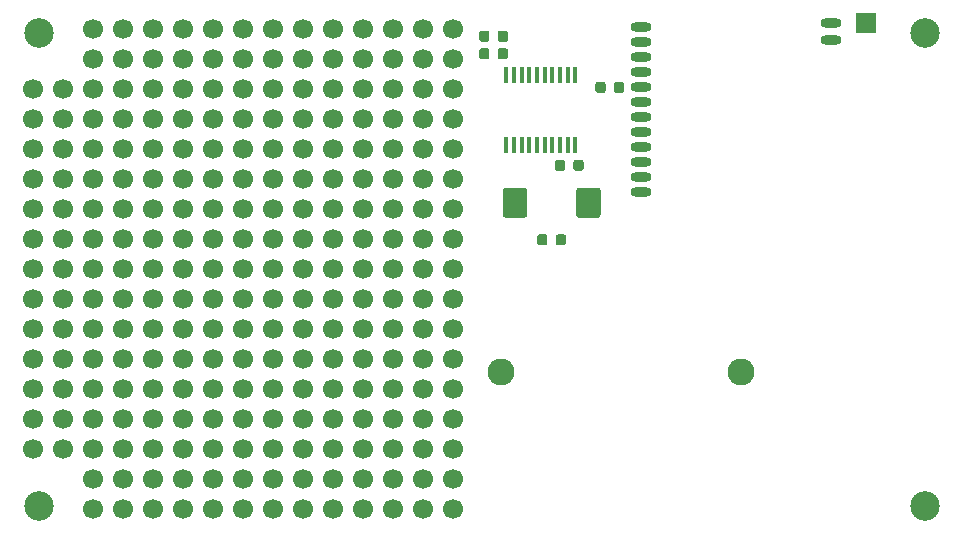
<source format=gbr>
G04 #@! TF.GenerationSoftware,KiCad,Pcbnew,5.1.8-db9833491~87~ubuntu20.04.1*
G04 #@! TF.CreationDate,2020-11-19T11:25:10+01:00*
G04 #@! TF.ProjectId,sally,73616c6c-792e-46b6-9963-61645f706362,v1.0*
G04 #@! TF.SameCoordinates,Original*
G04 #@! TF.FileFunction,Soldermask,Top*
G04 #@! TF.FilePolarity,Negative*
%FSLAX46Y46*%
G04 Gerber Fmt 4.6, Leading zero omitted, Abs format (unit mm)*
G04 Created by KiCad (PCBNEW 5.1.8-db9833491~87~ubuntu20.04.1) date 2020-11-19 11:25:10*
%MOMM*%
%LPD*%
G01*
G04 APERTURE LIST*
%ADD10R,0.450000X1.450000*%
%ADD11C,2.500000*%
%ADD12R,1.700000X1.700000*%
%ADD13C,2.286000*%
%ADD14O,1.800000X0.800000*%
%ADD15C,1.700000*%
G04 APERTURE END LIST*
D10*
X152575000Y-92450000D03*
X153225000Y-92450000D03*
X153875000Y-92450000D03*
X154525000Y-92450000D03*
X155175000Y-92450000D03*
X155825000Y-92450000D03*
X156475000Y-92450000D03*
X157125000Y-92450000D03*
X157775000Y-92450000D03*
X158425000Y-92450000D03*
X158425000Y-86550000D03*
X157775000Y-86550000D03*
X157125000Y-86550000D03*
X156475000Y-86550000D03*
X155825000Y-86550000D03*
X155175000Y-86550000D03*
X154525000Y-86550000D03*
X153875000Y-86550000D03*
X153225000Y-86550000D03*
X152575000Y-86550000D03*
G36*
G01*
X160570000Y-96345000D02*
X160570000Y-98395000D01*
G75*
G02*
X160320000Y-98645000I-250000J0D01*
G01*
X158745000Y-98645000D01*
G75*
G02*
X158495000Y-98395000I0J250000D01*
G01*
X158495000Y-96345000D01*
G75*
G02*
X158745000Y-96095000I250000J0D01*
G01*
X160320000Y-96095000D01*
G75*
G02*
X160570000Y-96345000I0J-250000D01*
G01*
G37*
G36*
G01*
X154345000Y-96345000D02*
X154345000Y-98395000D01*
G75*
G02*
X154095000Y-98645000I-250000J0D01*
G01*
X152520000Y-98645000D01*
G75*
G02*
X152270000Y-98395000I0J250000D01*
G01*
X152270000Y-96345000D01*
G75*
G02*
X152520000Y-96095000I250000J0D01*
G01*
X154095000Y-96095000D01*
G75*
G02*
X154345000Y-96345000I0J-250000D01*
G01*
G37*
G36*
G01*
X156685000Y-94456250D02*
X156685000Y-93943750D01*
G75*
G02*
X156903750Y-93725000I218750J0D01*
G01*
X157341250Y-93725000D01*
G75*
G02*
X157560000Y-93943750I0J-218750D01*
G01*
X157560000Y-94456250D01*
G75*
G02*
X157341250Y-94675000I-218750J0D01*
G01*
X156903750Y-94675000D01*
G75*
G02*
X156685000Y-94456250I0J218750D01*
G01*
G37*
G36*
G01*
X158260000Y-94456250D02*
X158260000Y-93943750D01*
G75*
G02*
X158478750Y-93725000I218750J0D01*
G01*
X158916250Y-93725000D01*
G75*
G02*
X159135000Y-93943750I0J-218750D01*
G01*
X159135000Y-94456250D01*
G75*
G02*
X158916250Y-94675000I-218750J0D01*
G01*
X158478750Y-94675000D01*
G75*
G02*
X158260000Y-94456250I0J218750D01*
G01*
G37*
G36*
G01*
X161000000Y-87343750D02*
X161000000Y-87856250D01*
G75*
G02*
X160781250Y-88075000I-218750J0D01*
G01*
X160343750Y-88075000D01*
G75*
G02*
X160125000Y-87856250I0J218750D01*
G01*
X160125000Y-87343750D01*
G75*
G02*
X160343750Y-87125000I218750J0D01*
G01*
X160781250Y-87125000D01*
G75*
G02*
X161000000Y-87343750I0J-218750D01*
G01*
G37*
G36*
G01*
X162575000Y-87343750D02*
X162575000Y-87856250D01*
G75*
G02*
X162356250Y-88075000I-218750J0D01*
G01*
X161918750Y-88075000D01*
G75*
G02*
X161700000Y-87856250I0J218750D01*
G01*
X161700000Y-87343750D01*
G75*
G02*
X161918750Y-87125000I218750J0D01*
G01*
X162356250Y-87125000D01*
G75*
G02*
X162575000Y-87343750I0J-218750D01*
G01*
G37*
G36*
G01*
X157635000Y-100243750D02*
X157635000Y-100756250D01*
G75*
G02*
X157416250Y-100975000I-218750J0D01*
G01*
X156978750Y-100975000D01*
G75*
G02*
X156760000Y-100756250I0J218750D01*
G01*
X156760000Y-100243750D01*
G75*
G02*
X156978750Y-100025000I218750J0D01*
G01*
X157416250Y-100025000D01*
G75*
G02*
X157635000Y-100243750I0J-218750D01*
G01*
G37*
G36*
G01*
X156060000Y-100243750D02*
X156060000Y-100756250D01*
G75*
G02*
X155841250Y-100975000I-218750J0D01*
G01*
X155403750Y-100975000D01*
G75*
G02*
X155185000Y-100756250I0J218750D01*
G01*
X155185000Y-100243750D01*
G75*
G02*
X155403750Y-100025000I218750J0D01*
G01*
X155841250Y-100025000D01*
G75*
G02*
X156060000Y-100243750I0J-218750D01*
G01*
G37*
D11*
X113000000Y-83000000D03*
X113000000Y-123000000D03*
X188000000Y-123000000D03*
X188000000Y-83000000D03*
D12*
X183000000Y-82110000D03*
G36*
G01*
X150275000Y-85006250D02*
X150275000Y-84493750D01*
G75*
G02*
X150493750Y-84275000I218750J0D01*
G01*
X150931250Y-84275000D01*
G75*
G02*
X151150000Y-84493750I0J-218750D01*
G01*
X151150000Y-85006250D01*
G75*
G02*
X150931250Y-85225000I-218750J0D01*
G01*
X150493750Y-85225000D01*
G75*
G02*
X150275000Y-85006250I0J218750D01*
G01*
G37*
G36*
G01*
X151850000Y-85006250D02*
X151850000Y-84493750D01*
G75*
G02*
X152068750Y-84275000I218750J0D01*
G01*
X152506250Y-84275000D01*
G75*
G02*
X152725000Y-84493750I0J-218750D01*
G01*
X152725000Y-85006250D01*
G75*
G02*
X152506250Y-85225000I-218750J0D01*
G01*
X152068750Y-85225000D01*
G75*
G02*
X151850000Y-85006250I0J218750D01*
G01*
G37*
G36*
G01*
X151850000Y-83531250D02*
X151850000Y-83018750D01*
G75*
G02*
X152068750Y-82800000I218750J0D01*
G01*
X152506250Y-82800000D01*
G75*
G02*
X152725000Y-83018750I0J-218750D01*
G01*
X152725000Y-83531250D01*
G75*
G02*
X152506250Y-83750000I-218750J0D01*
G01*
X152068750Y-83750000D01*
G75*
G02*
X151850000Y-83531250I0J218750D01*
G01*
G37*
G36*
G01*
X150275000Y-83531250D02*
X150275000Y-83018750D01*
G75*
G02*
X150493750Y-82800000I218750J0D01*
G01*
X150931250Y-82800000D01*
G75*
G02*
X151150000Y-83018750I0J-218750D01*
G01*
X151150000Y-83531250D01*
G75*
G02*
X150931250Y-83750000I-218750J0D01*
G01*
X150493750Y-83750000D01*
G75*
G02*
X150275000Y-83531250I0J218750D01*
G01*
G37*
D13*
X172410000Y-111660000D03*
X152090000Y-111660000D03*
D14*
X180050000Y-83610000D03*
X180050000Y-82110000D03*
X163950000Y-96485000D03*
X163950000Y-95215000D03*
X163950000Y-93945000D03*
X163950000Y-92675000D03*
X163950000Y-91405000D03*
X163950000Y-90135000D03*
X163950000Y-88865000D03*
X163950000Y-87595000D03*
X163950000Y-86325000D03*
X163950000Y-85055000D03*
X163950000Y-83785000D03*
X163950000Y-82515000D03*
D15*
X145520000Y-115700000D03*
X145520000Y-118240000D03*
X145520000Y-123320000D03*
X145520000Y-113160000D03*
X145520000Y-120780000D03*
X142980000Y-113160000D03*
X142980000Y-118240000D03*
X142980000Y-115700000D03*
X142980000Y-120780000D03*
X142980000Y-123320000D03*
X140440000Y-113160000D03*
X137900000Y-123320000D03*
X137900000Y-120780000D03*
X140440000Y-118240000D03*
X137900000Y-113160000D03*
X140440000Y-115700000D03*
X137900000Y-118240000D03*
X140440000Y-120780000D03*
X137900000Y-115700000D03*
X140440000Y-123320000D03*
X127740000Y-120780000D03*
X135360000Y-113160000D03*
X127740000Y-115700000D03*
X130280000Y-118240000D03*
X132820000Y-123320000D03*
X130280000Y-113160000D03*
X132820000Y-120780000D03*
X127740000Y-113160000D03*
X135360000Y-118240000D03*
X130280000Y-115700000D03*
X132820000Y-113160000D03*
X127740000Y-123320000D03*
X135360000Y-115700000D03*
X132820000Y-118240000D03*
X135360000Y-120780000D03*
X130280000Y-123320000D03*
X132820000Y-115700000D03*
X130280000Y-120780000D03*
X127740000Y-118240000D03*
X135360000Y-123320000D03*
X117580000Y-113160000D03*
X120120000Y-120780000D03*
X117580000Y-115700000D03*
X112500000Y-113160000D03*
X120120000Y-115700000D03*
X115040000Y-113160000D03*
X122660000Y-118240000D03*
X125200000Y-123320000D03*
X122660000Y-113160000D03*
X125200000Y-120780000D03*
X120120000Y-113160000D03*
X122660000Y-115700000D03*
X125200000Y-113160000D03*
X120120000Y-123320000D03*
X125200000Y-118240000D03*
X122660000Y-123320000D03*
X125200000Y-115700000D03*
X112500000Y-115700000D03*
X122660000Y-120780000D03*
X120120000Y-118240000D03*
X115040000Y-115700000D03*
X148060000Y-123320000D03*
X115040000Y-103000000D03*
X120120000Y-105540000D03*
X120120000Y-87760000D03*
X122660000Y-108080000D03*
X112500000Y-103000000D03*
X122660000Y-90300000D03*
X112500000Y-92840000D03*
X125200000Y-103000000D03*
X120120000Y-95380000D03*
X122660000Y-110620000D03*
X122660000Y-82680000D03*
X125200000Y-105540000D03*
X125200000Y-87760000D03*
X120120000Y-110620000D03*
X125200000Y-100460000D03*
X125200000Y-90300000D03*
X112500000Y-108080000D03*
X117580000Y-108080000D03*
X125200000Y-85220000D03*
X122660000Y-103000000D03*
X115040000Y-105540000D03*
X117580000Y-95380000D03*
X125200000Y-95380000D03*
X125200000Y-97920000D03*
X115040000Y-95380000D03*
X112500000Y-110620000D03*
X120120000Y-100460000D03*
X125200000Y-108080000D03*
X112500000Y-95380000D03*
X120120000Y-92840000D03*
X117580000Y-97920000D03*
X120120000Y-85220000D03*
X120120000Y-97920000D03*
X112500000Y-105540000D03*
X122660000Y-100460000D03*
X125200000Y-110620000D03*
X117580000Y-105540000D03*
X122660000Y-105540000D03*
X122660000Y-97920000D03*
X115040000Y-97920000D03*
X115040000Y-90300000D03*
X125200000Y-92840000D03*
X122660000Y-92840000D03*
X117580000Y-92840000D03*
X115040000Y-100460000D03*
X120120000Y-103000000D03*
X122660000Y-95380000D03*
X115040000Y-110620000D03*
X117580000Y-110620000D03*
X122660000Y-85220000D03*
X120120000Y-90300000D03*
X112500000Y-90300000D03*
X112500000Y-100460000D03*
X117580000Y-103000000D03*
X120120000Y-108080000D03*
X115040000Y-108080000D03*
X115040000Y-92840000D03*
X117580000Y-100460000D03*
X125200000Y-82680000D03*
X122660000Y-87760000D03*
X120120000Y-82680000D03*
X117580000Y-90300000D03*
X112500000Y-97920000D03*
X135360000Y-92840000D03*
X135360000Y-110620000D03*
X127740000Y-105540000D03*
X127740000Y-87760000D03*
X130280000Y-108080000D03*
X135360000Y-97920000D03*
X130280000Y-90300000D03*
X132820000Y-103000000D03*
X127740000Y-95380000D03*
X130280000Y-110620000D03*
X130280000Y-82680000D03*
X135360000Y-108080000D03*
X132820000Y-105540000D03*
X135360000Y-103000000D03*
X132820000Y-87760000D03*
X127740000Y-110620000D03*
X132820000Y-100460000D03*
X132820000Y-90300000D03*
X132820000Y-85220000D03*
X130280000Y-103000000D03*
X132820000Y-95380000D03*
X132820000Y-97920000D03*
X135360000Y-85220000D03*
X135360000Y-105540000D03*
X127740000Y-100460000D03*
X132820000Y-108080000D03*
X127740000Y-92840000D03*
X127740000Y-85220000D03*
X127740000Y-97920000D03*
X130280000Y-100460000D03*
X132820000Y-110620000D03*
X130280000Y-105540000D03*
X130280000Y-97920000D03*
X132820000Y-92840000D03*
X130280000Y-92840000D03*
X127740000Y-103000000D03*
X130280000Y-95380000D03*
X130280000Y-85220000D03*
X135360000Y-95380000D03*
X135360000Y-100460000D03*
X127740000Y-90300000D03*
X127740000Y-108080000D03*
X135360000Y-90300000D03*
X132820000Y-82680000D03*
X130280000Y-87760000D03*
X127740000Y-82680000D03*
X135360000Y-87760000D03*
X135360000Y-82680000D03*
X140440000Y-92840000D03*
X140440000Y-110620000D03*
X140440000Y-97920000D03*
X137900000Y-103000000D03*
X140440000Y-108080000D03*
X137900000Y-105540000D03*
X140440000Y-103000000D03*
X137900000Y-87760000D03*
X137900000Y-100460000D03*
X137900000Y-90300000D03*
X137900000Y-85220000D03*
X137900000Y-95380000D03*
X137900000Y-97920000D03*
X140440000Y-85220000D03*
X140440000Y-105540000D03*
X137900000Y-108080000D03*
X137900000Y-110620000D03*
X137900000Y-92840000D03*
X140440000Y-95380000D03*
X140440000Y-100460000D03*
X140440000Y-90300000D03*
X137900000Y-82680000D03*
X140440000Y-87760000D03*
X140440000Y-82680000D03*
X142980000Y-92840000D03*
X142980000Y-110620000D03*
X142980000Y-97920000D03*
X142980000Y-108080000D03*
X142980000Y-103000000D03*
X142980000Y-85220000D03*
X142980000Y-105540000D03*
X142980000Y-95380000D03*
X142980000Y-100460000D03*
X142980000Y-90300000D03*
X142980000Y-87760000D03*
X142980000Y-82680000D03*
X145520000Y-108080000D03*
X145520000Y-100460000D03*
X145520000Y-110620000D03*
X145520000Y-105540000D03*
X145520000Y-103000000D03*
X145520000Y-97920000D03*
X145520000Y-92840000D03*
X145520000Y-95380000D03*
X145520000Y-90300000D03*
X145520000Y-87760000D03*
X145520000Y-85220000D03*
X145520000Y-82680000D03*
X148060000Y-120780000D03*
X148060000Y-118240000D03*
X148060000Y-115700000D03*
X148060000Y-113160000D03*
X148060000Y-110620000D03*
X148060000Y-108080000D03*
X148060000Y-105540000D03*
X148060000Y-103000000D03*
X148060000Y-100460000D03*
X148060000Y-97920000D03*
X148060000Y-95380000D03*
X148060000Y-92840000D03*
X148060000Y-90300000D03*
X148060000Y-87760000D03*
X148060000Y-85220000D03*
X148060000Y-82680000D03*
X117580000Y-87760000D03*
X117580000Y-82680000D03*
X117580000Y-85220000D03*
X112500000Y-87760000D03*
X115040000Y-87760000D03*
X117580000Y-120780000D03*
X117580000Y-123320000D03*
X115040000Y-118240000D03*
X112500000Y-118240000D03*
X117580000Y-118240000D03*
M02*

</source>
